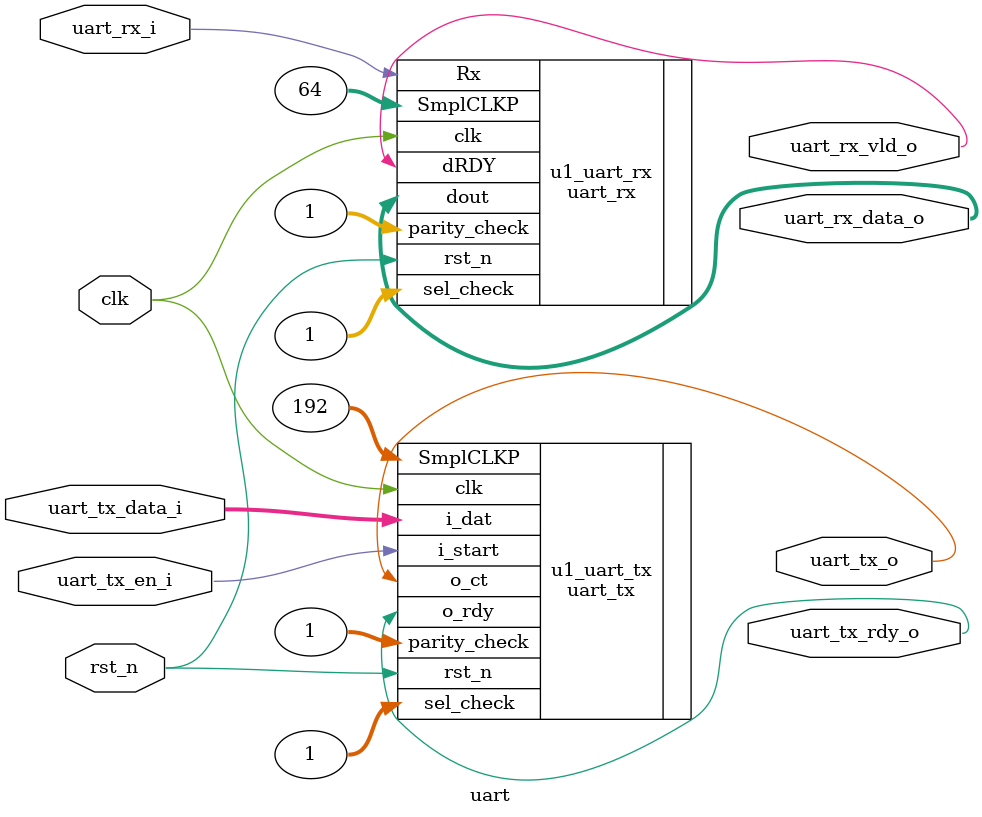
<source format=v>
/* *********************************************************************************** */
/* 模块名:UART发送接收模块                                                             */
/* 版本号:V1.0.0                                                                       */
/* 发布时间:2022.11.03                                                                 */
/* 文件名:uart                                                                         */                  
/* 作者:徐家栋                                                                         */
/* 版权:中国科学院上海光学精密机械研究所航天激光工程部航天激光软件研发中心             */                   
/* 描述:该模块用于UART的发送和接收，模块中可以配置发送接收的波特率、是否有校验位、     */
/*      校验方式。                                                                     */                                                                      
/* *********************************************************************************** */
module uart 
#(
parameter clk_freq_hz  = 32'd22118400 ,
parameter baudrate     = 20'd115200   ,
parameter sel_check    = 1            ,
parameter parity_check = 1
)

(
input  wire        clk               ,  /* 系统时钟                         */
input  wire        rst_n             ,  /* 复位信号，0：有效                */
input  wire        uart_rx_i         ,  /* 接收串行数据                     */
output  wire       uart_rx_vld_o     ,  /* 输出数据有效                     */
output wire [7:0]  uart_rx_data_o    ,  /* 输出并行数据                     */
input  wire        uart_tx_en_i      ,  /* 启动发送标识                     */
input  wire [7:0]  uart_tx_data_i    ,  /* 待发送的并行数据                 */
output wire        uart_tx_rdy_o     ,  /* 发送工作状态，1：空闲，0：忙碌   */
output wire        uart_tx_o            /* 串行数据                         */
);

localparam SmplCLKP_RX = clk_freq_hz/(baudrate*3);
localparam SmplCLKP_TX = clk_freq_hz/baudrate;

uart_rx u1_uart_rx
(
/* input   wire		   */   .clk          ( clk            )   //时钟//
/* input   wire  	   */  ,.rst_n        ( rst_n          )   //复位信号，1：有效//
/* input   wire 	   */  ,.Rx           ( uart_rx_i      )   //接收数据//
/* input   wire        */  ,.sel_check    ( sel_check      )   //校验选择，1：有校验，0：无校验
/* input   wire        */  ,.parity_check ( parity_check   )   //奇偶校验，1：奇校验，0：偶校验//
/* input   wire [6:0]  */  ,.SmplCLKP     ( SmplCLKP_RX    )   //波特率设置，Vclk/vbot/3//
/* output  reg 		   */  ,.dRDY         ( uart_rx_vld_o  )   //输出数据状态 1: 串并转换完成 0：串并转换未完成//
/* output  reg	[7:0]  */  ,.dout         ( uart_rx_data_o )   //输出数据//
);

uart_tx u1_uart_tx
(
/* input   wire		  */    .clk          ( clk            )   //时钟//
/* input   wire		  */   ,.rst_n        ( rst_n          )   //复位信号，1：有效//
/* input   wire		  */   ,.i_start      ( uart_tx_en_i   )   //输入数据使能//
/* input   wire [7:0] */   ,.i_dat        ( uart_tx_data_i )   //输入数据//
/* input   wire       */   ,.sel_check    ( sel_check      )   //校验选择，1：有校验，0：无校验
/* input   wire       */   ,.parity_check ( parity_check   )   //奇偶校验，1：奇校验，0：偶校验//
/* input   wire [7:0] */   ,.SmplCLKP     ( SmplCLKP_TX    )   //波特率设置，Vclk/vbot//
/* output  reg        */   ,.o_rdy        ( uart_tx_rdy_o  )   //工作状态，1：空闲 0：忙碌//
/* output  reg 	      */   ,.o_ct         ( uart_tx_o      )   //发送数据//
);
    
endmodule
</source>
